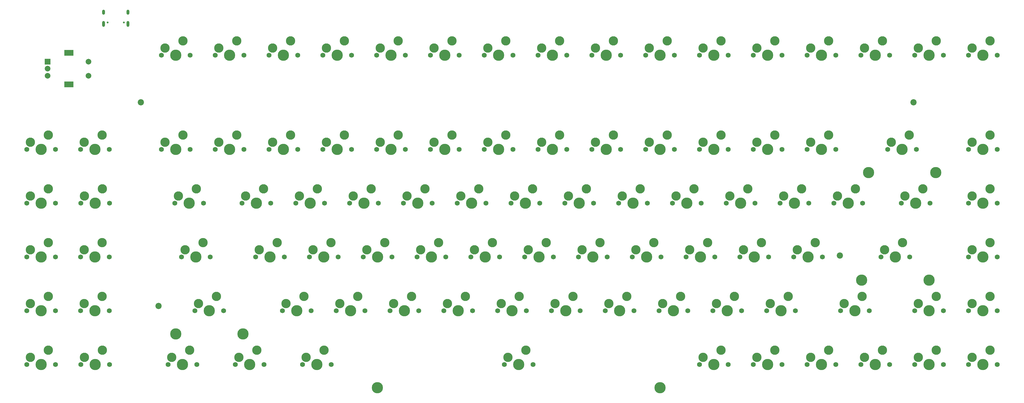
<source format=gbr>
%TF.GenerationSoftware,KiCad,Pcbnew,(6.0.11)*%
%TF.CreationDate,2023-03-27T15:54:22+07:00*%
%TF.ProjectId,Extero75,45787465-726f-4373-952e-6b696361645f,rev?*%
%TF.SameCoordinates,PX28c3da5PYc3ffc7f*%
%TF.FileFunction,Soldermask,Top*%
%TF.FilePolarity,Negative*%
%FSLAX46Y46*%
G04 Gerber Fmt 4.6, Leading zero omitted, Abs format (unit mm)*
G04 Created by KiCad (PCBNEW (6.0.11)) date 2023-03-27 15:54:22*
%MOMM*%
%LPD*%
G01*
G04 APERTURE LIST*
%ADD10C,3.987800*%
%ADD11C,2.200000*%
%ADD12R,2.000000X2.000000*%
%ADD13C,2.000000*%
%ADD14R,3.200000X2.000000*%
%ADD15C,1.750000*%
%ADD16C,3.300000*%
%ADD17C,0.650000*%
%ADD18O,1.000000X1.800000*%
%ADD19O,1.000000X2.100000*%
G04 APERTURE END LIST*
D10*
%TO.C,BackspaceStab1*%
X325680997Y85419999D03*
X301868497Y85419999D03*
%TD*%
D11*
%TO.C,H3*%
X50514747Y38159999D03*
%TD*%
%TO.C,H2*%
X44224747Y110339999D03*
%TD*%
D12*
%TO.C,SW3*%
X11249747Y124749999D03*
D13*
X11249747Y119749999D03*
X11249747Y122249999D03*
D14*
X18749747Y127849999D03*
X18749747Y116649999D03*
D13*
X25749747Y119749999D03*
X25749747Y124749999D03*
%TD*%
D10*
%TO.C,SpacebarStab1*%
X228030997Y9219999D03*
X128018497Y9219999D03*
%TD*%
%TO.C,ShiftStab1*%
X80393497Y28269999D03*
X56580997Y28269999D03*
%TD*%
%TO.C,EnterStab1*%
X299468497Y47319999D03*
X323280997Y47319999D03*
%TD*%
D11*
%TO.C,H4*%
X291764747Y56059999D03*
%TD*%
%TO.C,H1*%
X317804747Y110339999D03*
%TD*%
D10*
%TO.C,Num3*%
X113749747Y93674999D03*
D15*
X118829747Y93674999D03*
X108669747Y93674999D03*
D16*
X109939747Y96214999D03*
X116289747Y98754999D03*
%TD*%
D15*
%TO.C,FNKEY1*%
X271229747Y17474999D03*
X261069747Y17474999D03*
D10*
X266149747Y17474999D03*
D16*
X262339747Y20014999D03*
X268689747Y22554999D03*
%TD*%
D15*
%TO.C,F2*%
X89619747Y127012499D03*
D10*
X94699747Y127012499D03*
D15*
X99779747Y127012499D03*
D16*
X90889747Y129552499D03*
X97239747Y132092499D03*
%TD*%
D15*
%TO.C,F5*%
X146769747Y127012499D03*
X156929747Y127012499D03*
D10*
X151849747Y127012499D03*
D16*
X148039747Y129552499D03*
X154389747Y132092499D03*
%TD*%
D10*
%TO.C,G1*%
X166137247Y55574999D03*
D15*
X161057247Y55574999D03*
X171217247Y55574999D03*
D16*
X162327247Y58114999D03*
X168677247Y60654999D03*
%TD*%
D15*
%TO.C,EXTRA6*%
X22944747Y93674999D03*
D10*
X28024747Y93674999D03*
D15*
X33104747Y93674999D03*
D16*
X24214747Y96214999D03*
X30564747Y98754999D03*
%TD*%
D10*
%TO.C,L1*%
X242337247Y55574999D03*
D15*
X237257247Y55574999D03*
X247417247Y55574999D03*
D16*
X238527247Y58114999D03*
X244877247Y60654999D03*
%TD*%
D10*
%TO.C,Num7*%
X189949747Y93674999D03*
D15*
X195029747Y93674999D03*
X184869747Y93674999D03*
D16*
X186139747Y96214999D03*
X192489747Y98754999D03*
%TD*%
D15*
%TO.C,MinusSign1*%
X261069747Y93674999D03*
X271229747Y93674999D03*
D10*
X266149747Y93674999D03*
D16*
X262339747Y96214999D03*
X268689747Y98754999D03*
%TD*%
D15*
%TO.C,EXTRA8*%
X22944747Y55574999D03*
D10*
X28024747Y55574999D03*
D15*
X33104747Y55574999D03*
D16*
X24214747Y58114999D03*
X30564747Y60654999D03*
%TD*%
D15*
%TO.C,K1*%
X228367247Y55574999D03*
X218207247Y55574999D03*
D10*
X223287247Y55574999D03*
D16*
X219477247Y58114999D03*
X225827247Y60654999D03*
%TD*%
D15*
%TO.C,EXTRA9*%
X22944747Y36524999D03*
X33104747Y36524999D03*
D10*
X28024747Y36524999D03*
D16*
X24214747Y39064999D03*
X30564747Y41604999D03*
%TD*%
D15*
%TO.C,I1*%
X213444747Y74624999D03*
X223604747Y74624999D03*
D10*
X218524747Y74624999D03*
D16*
X214714747Y77164999D03*
X221064747Y79704999D03*
%TD*%
D10*
%TO.C,WINDOWSKEY1*%
X82774747Y17474999D03*
D15*
X87854747Y17474999D03*
X77694747Y17474999D03*
D16*
X78964747Y20014999D03*
X85314747Y22554999D03*
%TD*%
D10*
%TO.C,Num8*%
X208999747Y93674999D03*
D15*
X214079747Y93674999D03*
X203919747Y93674999D03*
D16*
X205189747Y96214999D03*
X211539747Y98754999D03*
%TD*%
D15*
%TO.C,E1*%
X118194747Y74624999D03*
X128354747Y74624999D03*
D10*
X123274747Y74624999D03*
D16*
X119464747Y77164999D03*
X125814747Y79704999D03*
%TD*%
D15*
%TO.C,Num2*%
X99779747Y93674999D03*
D10*
X94699747Y93674999D03*
D15*
X89619747Y93674999D03*
D16*
X90889747Y96214999D03*
X97239747Y98754999D03*
%TD*%
D10*
%TO.C,Q1*%
X85174747Y74624999D03*
D15*
X90254747Y74624999D03*
X80094747Y74624999D03*
D16*
X81364747Y77164999D03*
X87714747Y79704999D03*
%TD*%
D15*
%TO.C,Jkey1*%
X209317247Y55574999D03*
D10*
X204237247Y55574999D03*
D15*
X199157247Y55574999D03*
D16*
X200427247Y58114999D03*
X206777247Y60654999D03*
%TD*%
D15*
%TO.C,EXTRA5*%
X14054747Y17474999D03*
D10*
X8974747Y17474999D03*
D15*
X3894747Y17474999D03*
D16*
X5164747Y20014999D03*
X11514747Y22554999D03*
%TD*%
D15*
%TO.C,U2*%
X194394747Y74624999D03*
X204554747Y74624999D03*
D10*
X199474747Y74624999D03*
D16*
X195664747Y77164999D03*
X202014747Y79704999D03*
%TD*%
D17*
%TO.C,J1*%
X32484747Y138614999D03*
X38264747Y138614999D03*
D18*
X39694747Y142294999D03*
D19*
X39694747Y138114999D03*
X31054747Y138114999D03*
D18*
X31054747Y142294999D03*
%TD*%
D15*
%TO.C,T1*%
X166454747Y74624999D03*
D10*
X161374747Y74624999D03*
D15*
X156294747Y74624999D03*
D16*
X157564747Y77164999D03*
X163914747Y79704999D03*
%TD*%
D15*
%TO.C,ESC1*%
X61679747Y127012499D03*
X51519747Y127012499D03*
D10*
X56599747Y127012499D03*
D16*
X52789747Y129552499D03*
X59139747Y132092499D03*
%TD*%
D10*
%TO.C,F4*%
X132799747Y127012499D03*
D15*
X137879747Y127012499D03*
X127719747Y127012499D03*
D16*
X128989747Y129552499D03*
X135339747Y132092499D03*
%TD*%
D15*
%TO.C,EXTRA3*%
X3894747Y55574999D03*
X14054747Y55574999D03*
D10*
X8974747Y55574999D03*
D16*
X5164747Y58114999D03*
X11514747Y60654999D03*
%TD*%
D15*
%TO.C,PRTSC1*%
X318219747Y127012499D03*
X328379747Y127012499D03*
D10*
X323299747Y127012499D03*
D16*
X319489747Y129552499D03*
X325839747Y132092499D03*
%TD*%
D10*
%TO.C,F6*%
X170899747Y127012499D03*
D15*
X165819747Y127012499D03*
X175979747Y127012499D03*
D16*
X167089747Y129552499D03*
X173439747Y132092499D03*
%TD*%
D15*
%TO.C,Num1*%
X80729747Y93674999D03*
D10*
X75649747Y93674999D03*
D15*
X70569747Y93674999D03*
D16*
X71839747Y96214999D03*
X78189747Y98754999D03*
%TD*%
D15*
%TO.C,F8*%
X214079747Y127012499D03*
X203919747Y127012499D03*
D10*
X208999747Y127012499D03*
D16*
X205189747Y129552499D03*
X211539747Y132092499D03*
%TD*%
D15*
%TO.C,RIGHTALT1*%
X242019747Y17474999D03*
X252179747Y17474999D03*
D10*
X247099747Y17474999D03*
D16*
X243289747Y20014999D03*
X249639747Y22554999D03*
%TD*%
D10*
%TO.C,EqualSign1*%
X285199747Y93674999D03*
D15*
X280119747Y93674999D03*
X290279747Y93674999D03*
D16*
X281389747Y96214999D03*
X287739747Y98754999D03*
%TD*%
D10*
%TO.C,M1*%
X213762247Y36524999D03*
D15*
X208682247Y36524999D03*
X218842247Y36524999D03*
D16*
X209952247Y39064999D03*
X216302247Y41604999D03*
%TD*%
D10*
%TO.C,Dkey1*%
X128037247Y55574999D03*
D15*
X122957247Y55574999D03*
X133117247Y55574999D03*
D16*
X124227247Y58114999D03*
X130577247Y60654999D03*
%TD*%
D15*
%TO.C,F7*%
X195029747Y127012499D03*
X184869747Y127012499D03*
D10*
X189949747Y127012499D03*
D16*
X186139747Y129552499D03*
X192489747Y132092499D03*
%TD*%
D10*
%TO.C,A1*%
X89937247Y55574999D03*
D15*
X95017247Y55574999D03*
X84857247Y55574999D03*
D16*
X86127247Y58114999D03*
X92477247Y60654999D03*
%TD*%
D15*
%TO.C,O1*%
X232494747Y74624999D03*
X242654747Y74624999D03*
D10*
X237574747Y74624999D03*
D16*
X233764747Y77164999D03*
X240114747Y79704999D03*
%TD*%
D15*
%TO.C,LEFTCTRL1*%
X64042247Y17474999D03*
X53882247Y17474999D03*
D10*
X58962247Y17474999D03*
D16*
X55152247Y20014999D03*
X61502247Y22554999D03*
%TD*%
D15*
%TO.C,SPACEBAR1*%
X183104747Y17474999D03*
X172944747Y17474999D03*
D10*
X178024747Y17474999D03*
D16*
X174214747Y20014999D03*
X180564747Y22554999D03*
%TD*%
D10*
%TO.C,P1*%
X256624747Y74624999D03*
D15*
X261704747Y74624999D03*
X251544747Y74624999D03*
D16*
X252814747Y77164999D03*
X259164747Y79704999D03*
%TD*%
D15*
%TO.C,Quote1*%
X275357247Y55574999D03*
X285517247Y55574999D03*
D10*
X280437247Y55574999D03*
D16*
X276627247Y58114999D03*
X282977247Y60654999D03*
%TD*%
D15*
%TO.C,Fkey1*%
X142007247Y55574999D03*
D10*
X147087247Y55574999D03*
D15*
X152167247Y55574999D03*
D16*
X143277247Y58114999D03*
X149627247Y60654999D03*
%TD*%
D10*
%TO.C,RIGHTCONTROL1*%
X285199747Y17474999D03*
D15*
X290279747Y17474999D03*
X280119747Y17474999D03*
D16*
X281389747Y20014999D03*
X287739747Y22554999D03*
%TD*%
D10*
%TO.C,F10*%
X247099747Y127012499D03*
D15*
X242019747Y127012499D03*
X252179747Y127012499D03*
D16*
X243289747Y129552499D03*
X249639747Y132092499D03*
%TD*%
D15*
%TO.C,Ckey1*%
X142642247Y36524999D03*
D10*
X137562247Y36524999D03*
D15*
X132482247Y36524999D03*
D16*
X133752247Y39064999D03*
X140102247Y41604999D03*
%TD*%
D15*
%TO.C,Ins1*%
X309329747Y127012499D03*
X299169747Y127012499D03*
D10*
X304249747Y127012499D03*
D16*
X300439747Y129552499D03*
X306789747Y132092499D03*
%TD*%
D15*
%TO.C,N1*%
X199792247Y36524999D03*
X189632247Y36524999D03*
D10*
X194712247Y36524999D03*
D16*
X190902247Y39064999D03*
X197252247Y41604999D03*
%TD*%
D15*
%TO.C,EXTRA2*%
X3894747Y74624999D03*
X14054747Y74624999D03*
D10*
X8974747Y74624999D03*
D16*
X5164747Y77164999D03*
X11514747Y79704999D03*
%TD*%
D15*
%TO.C,EXTRA4*%
X3894747Y36524999D03*
D10*
X8974747Y36524999D03*
D15*
X14054747Y36524999D03*
D16*
X5164747Y39064999D03*
X11514747Y41604999D03*
%TD*%
D10*
%TO.C,LEFTALT1*%
X106587247Y17474999D03*
D15*
X111667247Y17474999D03*
X101507247Y17474999D03*
D16*
X102777247Y20014999D03*
X109127247Y22554999D03*
%TD*%
D15*
%TO.C,LEFTARROW1*%
X309329747Y17474999D03*
D10*
X304249747Y17474999D03*
D15*
X299169747Y17474999D03*
D16*
X300439747Y20014999D03*
X306789747Y22554999D03*
%TD*%
D10*
%TO.C,CloseBracket1*%
X294724747Y74624999D03*
D15*
X289644747Y74624999D03*
X299804747Y74624999D03*
D16*
X290914747Y77164999D03*
X297264747Y79704999D03*
%TD*%
D10*
%TO.C,Num9*%
X228049747Y93674999D03*
D15*
X233129747Y93674999D03*
X222969747Y93674999D03*
D16*
X224239747Y96214999D03*
X230589747Y98754999D03*
%TD*%
D15*
%TO.C,F9*%
X233129747Y127012499D03*
D10*
X228049747Y127012499D03*
D15*
X222969747Y127012499D03*
D16*
X224239747Y129552499D03*
X230589747Y132092499D03*
%TD*%
D15*
%TO.C,X1*%
X113432247Y36524999D03*
X123592247Y36524999D03*
D10*
X118512247Y36524999D03*
D16*
X114702247Y39064999D03*
X121052247Y41604999D03*
%TD*%
D10*
%TO.C,Num6*%
X170899747Y93674999D03*
D15*
X175979747Y93674999D03*
X165819747Y93674999D03*
D16*
X167089747Y96214999D03*
X173439747Y98754999D03*
%TD*%
D10*
%TO.C,Num5*%
X151849747Y93674999D03*
D15*
X146769747Y93674999D03*
X156929747Y93674999D03*
D16*
X148039747Y96214999D03*
X154389747Y98754999D03*
%TD*%
D10*
%TO.C,Slash1*%
X318537247Y74624999D03*
D15*
X313457247Y74624999D03*
X323617247Y74624999D03*
D16*
X314727247Y77164999D03*
X321077247Y79704999D03*
%TD*%
D15*
%TO.C,Num0*%
X252179747Y93674999D03*
D10*
X247099747Y93674999D03*
D15*
X242019747Y93674999D03*
D16*
X243289747Y96214999D03*
X249639747Y98754999D03*
%TD*%
D15*
%TO.C,B1*%
X180742247Y36524999D03*
X170582247Y36524999D03*
D10*
X175662247Y36524999D03*
D16*
X171852247Y39064999D03*
X178202247Y41604999D03*
%TD*%
D15*
%TO.C,Z1*%
X104542247Y36524999D03*
X94382247Y36524999D03*
D10*
X99462247Y36524999D03*
D16*
X95652247Y39064999D03*
X102002247Y41604999D03*
%TD*%
D15*
%TO.C,DOWNARROW1*%
X318219747Y17474999D03*
D10*
X323299747Y17474999D03*
D15*
X328379747Y17474999D03*
D16*
X319489747Y20014999D03*
X325839747Y22554999D03*
%TD*%
D10*
%TO.C,PgUp1*%
X342349747Y55574999D03*
D15*
X337269747Y55574999D03*
X347429747Y55574999D03*
D16*
X338539747Y58114999D03*
X344889747Y60654999D03*
%TD*%
D10*
%TO.C,Backspace1*%
X313774747Y93674999D03*
D15*
X318854747Y93674999D03*
X308694747Y93674999D03*
D16*
X309964747Y96214999D03*
X316314747Y98754999D03*
%TD*%
D15*
%TO.C,QuestionMark1*%
X275992247Y36524999D03*
X265832247Y36524999D03*
D10*
X270912247Y36524999D03*
D16*
X267102247Y39064999D03*
X273452247Y41604999D03*
%TD*%
D15*
%TO.C,RIGHTARROW1*%
X337269747Y17474999D03*
D10*
X342349747Y17474999D03*
D15*
X347429747Y17474999D03*
D16*
X338539747Y20014999D03*
X344889747Y22554999D03*
%TD*%
D15*
%TO.C,Tab1*%
X56282247Y74624999D03*
D10*
X61362247Y74624999D03*
D15*
X66442247Y74624999D03*
D16*
X57552247Y77164999D03*
X63902247Y79704999D03*
%TD*%
D15*
%TO.C,Semicolon1*%
X266467247Y55574999D03*
X256307247Y55574999D03*
D10*
X261387247Y55574999D03*
D16*
X257577247Y58114999D03*
X263927247Y60654999D03*
%TD*%
D15*
%TO.C,V1*%
X161692247Y36524999D03*
D10*
X156612247Y36524999D03*
D15*
X151532247Y36524999D03*
D16*
X152802247Y39064999D03*
X159152247Y41604999D03*
%TD*%
D15*
%TO.C,End1*%
X347429747Y74624999D03*
X337269747Y74624999D03*
D10*
X342349747Y74624999D03*
D16*
X338539747Y77164999D03*
X344889747Y79704999D03*
%TD*%
D10*
%TO.C,Matilda1*%
X56599747Y93674999D03*
D15*
X51519747Y93674999D03*
X61679747Y93674999D03*
D16*
X52789747Y96214999D03*
X59139747Y98754999D03*
%TD*%
D15*
%TO.C,PgDn1*%
X337269747Y36524999D03*
D10*
X342349747Y36524999D03*
D15*
X347429747Y36524999D03*
D16*
X338539747Y39064999D03*
X344889747Y41604999D03*
%TD*%
D10*
%TO.C,ENTER1*%
X311374747Y55574999D03*
D15*
X316454747Y55574999D03*
X306294747Y55574999D03*
D16*
X307564747Y58114999D03*
X313914747Y60654999D03*
%TD*%
D10*
%TO.C,F12*%
X285199747Y127012499D03*
D15*
X280119747Y127012499D03*
X290279747Y127012499D03*
D16*
X281389747Y129552499D03*
X287739747Y132092499D03*
%TD*%
D15*
%TO.C,OpenBracket1*%
X280754747Y74624999D03*
X270594747Y74624999D03*
D10*
X275674747Y74624999D03*
D16*
X271864747Y77164999D03*
X278214747Y79704999D03*
%TD*%
D15*
%TO.C,EXTRA7*%
X33154741Y74624999D03*
D10*
X28074741Y74624999D03*
D15*
X22994741Y74624999D03*
D16*
X24264741Y77164999D03*
X30614741Y79704999D03*
%TD*%
D15*
%TO.C,LEFTSHIFT1*%
X63407247Y36524999D03*
D10*
X68487247Y36524999D03*
D15*
X73567247Y36524999D03*
D16*
X64677247Y39064999D03*
X71027247Y41604999D03*
%TD*%
D10*
%TO.C,R1*%
X142324747Y74624999D03*
D15*
X137244747Y74624999D03*
X147404747Y74624999D03*
D16*
X138514747Y77164999D03*
X144864747Y79704999D03*
%TD*%
D15*
%TO.C,Hkey1*%
X190267247Y55574999D03*
X180107247Y55574999D03*
D10*
X185187247Y55574999D03*
D16*
X181377247Y58114999D03*
X187727247Y60654999D03*
%TD*%
D10*
%TO.C,CAPSLOCK1*%
X63724747Y55574999D03*
D15*
X68804747Y55574999D03*
X58644747Y55574999D03*
D16*
X59914747Y58114999D03*
X66264747Y60654999D03*
%TD*%
D15*
%TO.C,S1*%
X114067247Y55574999D03*
D10*
X108987247Y55574999D03*
D15*
X103907247Y55574999D03*
D16*
X105177247Y58114999D03*
X111527247Y60654999D03*
%TD*%
D15*
%TO.C,Y1*%
X185504747Y74624999D03*
X175344747Y74624999D03*
D10*
X180424747Y74624999D03*
D16*
X176614747Y77164999D03*
X182964747Y79704999D03*
%TD*%
D10*
%TO.C,F3*%
X113749747Y127012499D03*
D15*
X118829747Y127012499D03*
X108669747Y127012499D03*
D16*
X109939747Y129552499D03*
X116289747Y132092499D03*
%TD*%
D15*
%TO.C,CommaSign1*%
X227732247Y36524999D03*
X237892247Y36524999D03*
D10*
X232812247Y36524999D03*
D16*
X229002247Y39064999D03*
X235352247Y41604999D03*
%TD*%
D10*
%TO.C,W1*%
X104224747Y74624999D03*
D15*
X99144747Y74624999D03*
X109304747Y74624999D03*
D16*
X100414747Y77164999D03*
X106764747Y79704999D03*
%TD*%
D15*
%TO.C,DELETE1*%
X347429747Y127012499D03*
X337269747Y127012499D03*
D10*
X342349747Y127012499D03*
D16*
X338539747Y129552499D03*
X344889747Y132092499D03*
%TD*%
D10*
%TO.C,Num4*%
X132799747Y93674999D03*
D15*
X127719747Y93674999D03*
X137879747Y93674999D03*
D16*
X128989747Y96214999D03*
X135339747Y98754999D03*
%TD*%
D15*
%TO.C,UPARROW1*%
X318219747Y36524999D03*
D10*
X323299747Y36524999D03*
D15*
X328379747Y36524999D03*
D16*
X319489747Y39064999D03*
X325839747Y41604999D03*
%TD*%
D15*
%TO.C,EXTRA10*%
X22994741Y17474999D03*
X33154741Y17474999D03*
D10*
X28074741Y17474999D03*
D16*
X24264741Y20014999D03*
X30614741Y22554999D03*
%TD*%
D10*
%TO.C,DotSign1*%
X251862247Y36524999D03*
D15*
X256942247Y36524999D03*
X246782247Y36524999D03*
D16*
X248052247Y39064999D03*
X254402247Y41604999D03*
%TD*%
D10*
%TO.C,RIGHTSHIFT1*%
X297087247Y36524999D03*
D15*
X292007247Y36524999D03*
X302167247Y36524999D03*
D16*
X293277247Y39064999D03*
X299627247Y41604999D03*
%TD*%
D15*
%TO.C,F1*%
X80729747Y127012499D03*
D10*
X75649747Y127012499D03*
D15*
X70569747Y127012499D03*
D16*
X71839747Y129552499D03*
X78189747Y132092499D03*
%TD*%
D15*
%TO.C,F11*%
X261069747Y127012499D03*
X271229747Y127012499D03*
D10*
X266149747Y127012499D03*
D16*
X262339747Y129552499D03*
X268689747Y132092499D03*
%TD*%
D15*
%TO.C,Home1*%
X347429747Y93674999D03*
X337269747Y93674999D03*
D10*
X342349747Y93674999D03*
D16*
X338539747Y96214999D03*
X344889747Y98754999D03*
%TD*%
D10*
%TO.C,EXTRA1*%
X8974747Y93674999D03*
D15*
X3894747Y93674999D03*
X14054747Y93674999D03*
D16*
X5164747Y96214999D03*
X11514747Y98754999D03*
%TD*%
M02*

</source>
